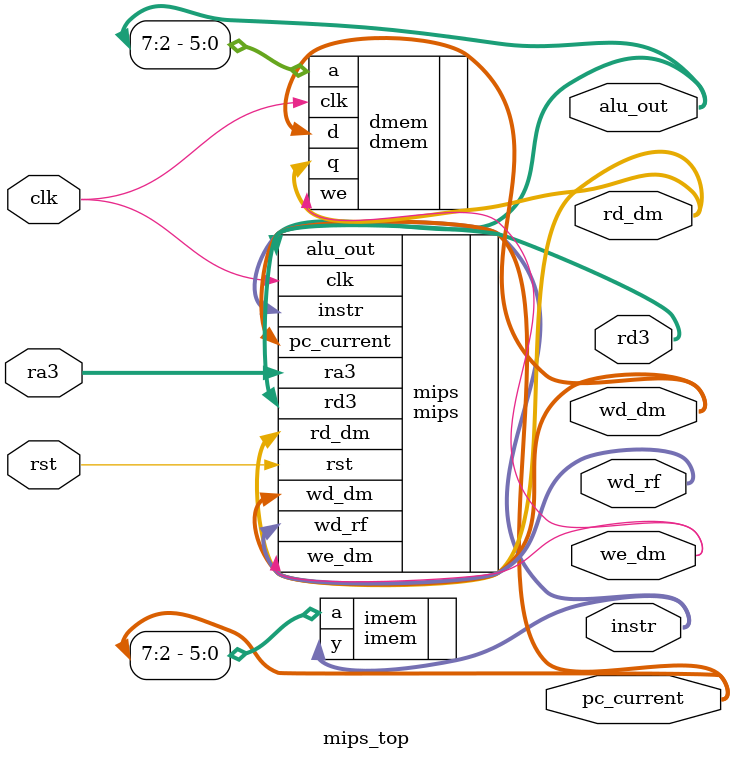
<source format=v>
module mips_top (
        input  wire        clk,
        input  wire        rst,
        input  wire [4:0]  ra3,
        output wire        we_dm,
        output wire [31:0] pc_current,
        output wire [31:0] instr,
        output wire [31:0] alu_out,
        output wire [31:0] wd_dm,
        output wire [31:0] wd_rf,
        output wire [31:0] rd_dm,
        output wire [31:0] rd3
    );

    wire [31:0] DONT_USE;

    mips mips (
            .clk            (clk),
            .rst            (rst),
            .ra3            (ra3),
            .instr          (instr),
            .rd_dm          (rd_dm),
            .we_dm          (we_dm),
            .pc_current     (pc_current),
            .alu_out        (alu_out),
            .wd_dm          (wd_dm),
            .wd_rf          (wd_rf),
            .rd3            (rd3)
        );

    imem imem (
            .a              (pc_current[7:2]),
            .y              (instr)
        );

    dmem dmem (
            .clk            (clk),
            .we             (we_dm),
            .a              (alu_out[7:2]),
            .d              (wd_dm),
            .q              (rd_dm)
        );

endmodule
</source>
